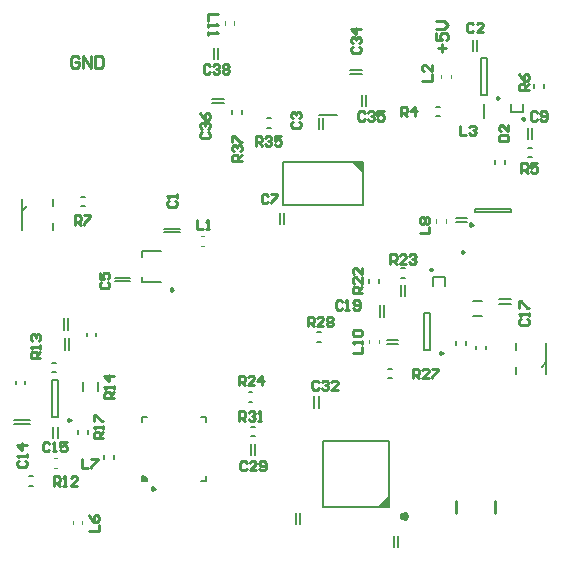
<source format=gto>
G04 Layer_Color=65535*
%FSLAX44Y44*%
%MOMM*%
G71*
G01*
G75*
%ADD45C,0.2000*%
%ADD71C,0.2500*%
%ADD72C,0.3810*%
%ADD73C,0.1270*%
%ADD74C,0.1016*%
%ADD75C,0.2540*%
%ADD76C,0.1524*%
%ADD77C,0.3500*%
G36*
X331940Y-431940D02*
X321940D01*
X331940Y-421940D01*
Y-431940D01*
D02*
G37*
G36*
X127250Y-408510D02*
Y-410000D01*
X123000D01*
Y-405750D01*
X124490D01*
X127250Y-408510D01*
D02*
G37*
G36*
X309500Y-149500D02*
X299500Y-139500D01*
X309500D01*
Y-149500D01*
D02*
G37*
D45*
X127250Y-410000D02*
X126681Y-407875D01*
X125125Y-406319D01*
X123000Y-405750D01*
X123000Y-220000D02*
Y-215500D01*
Y-241500D02*
Y-237000D01*
Y-241500D02*
X139250D01*
X123000Y-215500D02*
X139250D01*
X368920Y-237460D02*
X379080D01*
X404500Y-179500D02*
X435500D01*
X404500Y-182500D02*
X435500D01*
Y-179500D01*
X404500Y-182500D02*
Y-179500D01*
X412000Y-103000D02*
Y-91000D01*
X439000Y-319250D02*
Y-313250D01*
Y-299250D02*
Y-293250D01*
X465000Y-319250D02*
Y-293250D01*
X461000Y-313250D02*
X465000Y-309250D01*
X47000Y-177250D02*
Y-171250D01*
Y-197250D02*
Y-191250D01*
X21000Y-197250D02*
Y-171250D01*
Y-181250D02*
X25000Y-177250D01*
X361500Y-299000D02*
X366500D01*
X361500Y-268000D02*
X366500D01*
Y-299000D02*
Y-268000D01*
X361500Y-299000D02*
Y-268000D01*
X46500Y-355500D02*
X51500D01*
X46500Y-324500D02*
X51500D01*
Y-355500D02*
Y-324500D01*
X46500Y-355500D02*
Y-324500D01*
X309500Y-176500D02*
Y-139500D01*
X242500Y-176500D02*
X309500D01*
X242500D02*
Y-139500D01*
X309500D01*
X409500Y-83000D02*
X414500D01*
X409500Y-52000D02*
X414500D01*
Y-83000D02*
Y-52000D01*
X409500Y-83000D02*
Y-52000D01*
X434920Y-97540D02*
X445080D01*
X123000Y-410000D02*
X127250D01*
X123000D02*
Y-405750D01*
Y-360250D02*
Y-356000D01*
X127250D01*
X172750D02*
X177000D01*
Y-360250D02*
Y-356000D01*
X172750Y-410000D02*
X177000D01*
Y-405750D01*
X273000Y-100500D02*
X287750D01*
D71*
X149250Y-248000D02*
X147375Y-246917D01*
Y-249083D01*
X149250Y-248000D01*
X402750Y-193000D02*
X400875Y-191917D01*
Y-194083D01*
X402750Y-193000D01*
X395790Y-216250D02*
X393915Y-215168D01*
Y-217333D01*
X395790Y-216250D01*
X377250Y-301750D02*
X375375Y-300667D01*
Y-302833D01*
X377250Y-301750D01*
X62250Y-358250D02*
X60375Y-357168D01*
Y-359333D01*
X62250Y-358250D01*
X425250Y-85750D02*
X423375Y-84667D01*
Y-86833D01*
X425250Y-85750D01*
X133370Y-416500D02*
X131495Y-415417D01*
Y-417583D01*
X133370Y-416500D01*
D72*
X346545Y-439560D02*
X345229Y-437748D01*
X343099Y-438440D01*
Y-440680D01*
X345229Y-441372D01*
X346545Y-439560D01*
D73*
X187278Y-52762D02*
Y-43238D01*
X183722Y-52762D02*
Y-43238D01*
X141488Y-196504D02*
X154512D01*
X141488Y-199496D02*
X154512D01*
X379080Y-244500D02*
Y-237460D01*
X368920Y-244500D02*
Y-237460D01*
X330976Y-314936D02*
X334024D01*
X330976Y-323064D02*
X334024D01*
X388936Y-294524D02*
Y-291476D01*
X397064Y-294524D02*
Y-291476D01*
X212976Y-343064D02*
X216024D01*
X212976Y-334936D02*
X216024D01*
X341976Y-229936D02*
X345024D01*
X341976Y-238064D02*
X345024D01*
X323064Y-242024D02*
Y-238976D01*
X314936Y-242024D02*
Y-238976D01*
X414064Y-298524D02*
Y-295476D01*
X405936Y-298524D02*
Y-295476D01*
X403190Y-257650D02*
X410810D01*
X403190Y-270350D02*
X410810D01*
X77064Y-370024D02*
Y-366976D01*
X68936Y-370024D02*
Y-366976D01*
X421936Y-141524D02*
Y-138476D01*
X430064Y-141524D02*
Y-138476D01*
X46976Y-309936D02*
X50024D01*
X46976Y-318064D02*
X50024D01*
X85350Y-333810D02*
Y-326190D01*
X72650Y-333810D02*
Y-326190D01*
X15936Y-328024D02*
Y-324976D01*
X24064Y-328024D02*
Y-324976D01*
X27476Y-414064D02*
X30524D01*
X27476Y-405936D02*
X30524D01*
X84064Y-287524D02*
Y-284476D01*
X75936Y-287524D02*
Y-284476D01*
X71226Y-177564D02*
X74274D01*
X71226Y-169436D02*
X74274D01*
X463064Y-77024D02*
Y-73976D01*
X454936Y-77024D02*
Y-73976D01*
X449976Y-127936D02*
X453024D01*
X449976Y-136064D02*
X453024D01*
X371976Y-101064D02*
X375024D01*
X371976Y-92936D02*
X375024D01*
X434920Y-97540D02*
Y-90500D01*
X445080Y-97540D02*
Y-90500D01*
X330238Y-293778D02*
X339762D01*
X330238Y-290222D02*
X339762D01*
X345278Y-253762D02*
Y-244238D01*
X341722Y-253762D02*
Y-244238D01*
X425238Y-256222D02*
X434762D01*
X425238Y-259778D02*
X434762D01*
X51278Y-373762D02*
Y-364238D01*
X47722Y-373762D02*
Y-364238D01*
X14488Y-358504D02*
X27512D01*
X14488Y-361496D02*
X27512D01*
X61278Y-298762D02*
Y-289238D01*
X57722Y-298762D02*
Y-289238D01*
X60278Y-281762D02*
Y-272238D01*
X56722Y-281762D02*
Y-272238D01*
X270976Y-283936D02*
X274024D01*
X270976Y-292064D02*
X274024D01*
X214722Y-387762D02*
Y-378238D01*
X218278Y-387762D02*
Y-378238D01*
X214976Y-372064D02*
X218024D01*
X214976Y-363936D02*
X218024D01*
X256278Y-446762D02*
Y-437238D01*
X252722Y-446762D02*
Y-437238D01*
X339778Y-465762D02*
Y-456238D01*
X336222Y-465762D02*
Y-456238D01*
X268722Y-347762D02*
Y-338238D01*
X272278Y-347762D02*
Y-338238D01*
X99064Y-391024D02*
Y-387976D01*
X90936Y-391024D02*
Y-387976D01*
X242778Y-192762D02*
Y-183238D01*
X239222Y-192762D02*
Y-183238D01*
X299238Y-62222D02*
X308762D01*
X299238Y-65778D02*
X308762D01*
X198936Y-99024D02*
Y-95976D01*
X207064Y-99024D02*
Y-95976D01*
X228976Y-111064D02*
X232024D01*
X228976Y-102936D02*
X232024D01*
X182238Y-86222D02*
X191762D01*
X182238Y-89778D02*
X191762D01*
X309222Y-92762D02*
Y-83238D01*
X312778Y-92762D02*
Y-83238D01*
X272722Y-111762D02*
Y-102238D01*
X276278Y-111762D02*
Y-102238D01*
X402722Y-45762D02*
Y-36238D01*
X406278Y-45762D02*
Y-36238D01*
X449722Y-120762D02*
Y-111238D01*
X453278Y-120762D02*
Y-111238D01*
X388238Y-190778D02*
X397762D01*
X388238Y-187222D02*
X397762D01*
X324222Y-270762D02*
Y-261238D01*
X327778Y-270762D02*
Y-261238D01*
X99488Y-240996D02*
X112512D01*
X99488Y-238004D02*
X112512D01*
D74*
X172476Y-211064D02*
X175524D01*
X172476Y-202936D02*
X175524D01*
X314936Y-293524D02*
Y-290476D01*
X323064Y-293524D02*
Y-290476D01*
X380064Y-191524D02*
Y-188476D01*
X371936Y-191524D02*
Y-188476D01*
X47976Y-399064D02*
X51024D01*
X47976Y-390936D02*
X51024D01*
X63936Y-446524D02*
Y-443476D01*
X72064Y-446524D02*
Y-443476D01*
X375936Y-69024D02*
Y-65976D01*
X384064Y-69024D02*
Y-65976D01*
X201064Y-23524D02*
Y-20476D01*
X192936Y-23524D02*
Y-20476D01*
D75*
X421500Y-437000D02*
Y-427000D01*
X389000Y-437000D02*
Y-427000D01*
X180332Y-58335D02*
X178999Y-57003D01*
X176333D01*
X175000Y-58335D01*
Y-63667D01*
X176333Y-65000D01*
X178999D01*
X180332Y-63667D01*
X182997Y-58335D02*
X184330Y-57003D01*
X186996D01*
X188329Y-58335D01*
Y-59668D01*
X186996Y-61001D01*
X185663D01*
X186996D01*
X188329Y-62334D01*
Y-63667D01*
X186996Y-65000D01*
X184330D01*
X182997Y-63667D01*
X190995Y-58335D02*
X192328Y-57003D01*
X194994D01*
X196327Y-58335D01*
Y-59668D01*
X194994Y-61001D01*
X196327Y-62334D01*
Y-63667D01*
X194994Y-65000D01*
X192328D01*
X190995Y-63667D01*
Y-62334D01*
X192328Y-61001D01*
X190995Y-59668D01*
Y-58335D01*
X192328Y-61001D02*
X194994D01*
X145336Y-172668D02*
X144003Y-174001D01*
Y-176667D01*
X145336Y-178000D01*
X150667D01*
X152000Y-176667D01*
Y-174001D01*
X150667Y-172668D01*
X152000Y-170003D02*
Y-167337D01*
Y-168670D01*
X144003D01*
X145336Y-170003D01*
X403332Y-23335D02*
X401999Y-22003D01*
X399333D01*
X398000Y-23335D01*
Y-28667D01*
X399333Y-30000D01*
X401999D01*
X403332Y-28667D01*
X411329Y-30000D02*
X405997D01*
X411329Y-24668D01*
Y-23335D01*
X409996Y-22003D01*
X407330D01*
X405997Y-23335D01*
X250336Y-105668D02*
X249003Y-107001D01*
Y-109667D01*
X250336Y-111000D01*
X255667D01*
X257000Y-109667D01*
Y-107001D01*
X255667Y-105668D01*
X250336Y-103003D02*
X249003Y-101670D01*
Y-99004D01*
X250336Y-97671D01*
X251668D01*
X253001Y-99004D01*
Y-100337D01*
Y-99004D01*
X254334Y-97671D01*
X255667D01*
X257000Y-99004D01*
Y-101670D01*
X255667Y-103003D01*
X88336Y-241668D02*
X87003Y-243001D01*
Y-245667D01*
X88336Y-247000D01*
X93667D01*
X95000Y-245667D01*
Y-243001D01*
X93667Y-241668D01*
X87003Y-233671D02*
Y-239003D01*
X91001D01*
X89668Y-236337D01*
Y-235004D01*
X91001Y-233671D01*
X93667D01*
X95000Y-235004D01*
Y-237670D01*
X93667Y-239003D01*
X229332Y-168335D02*
X227999Y-167003D01*
X225333D01*
X224000Y-168335D01*
Y-173667D01*
X225333Y-175000D01*
X227999D01*
X229332Y-173667D01*
X231997Y-167003D02*
X237329D01*
Y-168335D01*
X231997Y-173667D01*
Y-175000D01*
X457332Y-98336D02*
X455999Y-97003D01*
X453333D01*
X452000Y-98336D01*
Y-103667D01*
X453333Y-105000D01*
X455999D01*
X457332Y-103667D01*
X459997D02*
X461330Y-105000D01*
X463996D01*
X465329Y-103667D01*
Y-98336D01*
X463996Y-97003D01*
X461330D01*
X459997Y-98336D01*
Y-99668D01*
X461330Y-101001D01*
X465329D01*
X18335Y-392668D02*
X17003Y-394001D01*
Y-396667D01*
X18335Y-398000D01*
X23667D01*
X25000Y-396667D01*
Y-394001D01*
X23667Y-392668D01*
X25000Y-390003D02*
Y-387337D01*
Y-388670D01*
X17003D01*
X18335Y-390003D01*
X25000Y-379339D02*
X17003D01*
X21001Y-383338D01*
Y-378006D01*
X44332Y-378335D02*
X42999Y-377003D01*
X40333D01*
X39000Y-378335D01*
Y-383667D01*
X40333Y-385000D01*
X42999D01*
X44332Y-383667D01*
X46997Y-385000D02*
X49663D01*
X48330D01*
Y-377003D01*
X46997Y-378335D01*
X58994Y-377003D02*
X53662D01*
Y-381001D01*
X56328Y-379668D01*
X57661D01*
X58994Y-381001D01*
Y-383667D01*
X57661Y-385000D01*
X54995D01*
X53662Y-383667D01*
X443335Y-272668D02*
X442003Y-274001D01*
Y-276667D01*
X443335Y-278000D01*
X448667D01*
X450000Y-276667D01*
Y-274001D01*
X448667Y-272668D01*
X450000Y-270003D02*
Y-267337D01*
Y-268670D01*
X442003D01*
X443335Y-270003D01*
X442003Y-263338D02*
Y-258006D01*
X443335D01*
X448667Y-263338D01*
X450000D01*
X292332Y-258335D02*
X290999Y-257003D01*
X288333D01*
X287000Y-258335D01*
Y-263667D01*
X288333Y-265000D01*
X290999D01*
X292332Y-263667D01*
X294997Y-265000D02*
X297663D01*
X296330D01*
Y-257003D01*
X294997Y-258335D01*
X301662Y-263667D02*
X302995Y-265000D01*
X305661D01*
X306994Y-263667D01*
Y-258335D01*
X305661Y-257003D01*
X302995D01*
X301662Y-258335D01*
Y-259668D01*
X302995Y-261001D01*
X306994D01*
X425003Y-122000D02*
X433000D01*
Y-118001D01*
X431667Y-116668D01*
X426335D01*
X425003Y-118001D01*
Y-122000D01*
X433000Y-108671D02*
Y-114003D01*
X427668Y-108671D01*
X426335D01*
X425003Y-110004D01*
Y-112670D01*
X426335Y-114003D01*
X169000Y-189003D02*
Y-197000D01*
X174332D01*
X176997D02*
X179663D01*
X178330D01*
Y-189003D01*
X176997Y-190336D01*
X360003Y-71000D02*
X368000D01*
Y-65668D01*
Y-57671D02*
Y-63003D01*
X362668Y-57671D01*
X361335D01*
X360003Y-59004D01*
Y-61670D01*
X361335Y-63003D01*
X392000Y-109003D02*
Y-117000D01*
X397332D01*
X399997Y-110336D02*
X401330Y-109003D01*
X403996D01*
X405329Y-110336D01*
Y-111668D01*
X403996Y-113001D01*
X402663D01*
X403996D01*
X405329Y-114334D01*
Y-115667D01*
X403996Y-117000D01*
X401330D01*
X399997Y-115667D01*
X78003Y-452500D02*
X86000D01*
Y-447168D01*
X78003Y-439171D02*
X79335Y-441837D01*
X82001Y-444503D01*
X84667D01*
X86000Y-443170D01*
Y-440504D01*
X84667Y-439171D01*
X83334D01*
X82001Y-440504D01*
Y-444503D01*
X72000Y-391003D02*
Y-399000D01*
X77332D01*
X79997Y-391003D02*
X85329D01*
Y-392336D01*
X79997Y-397667D01*
Y-399000D01*
X358003Y-200000D02*
X366000D01*
Y-194668D01*
X359336Y-192003D02*
X358003Y-190670D01*
Y-188004D01*
X359336Y-186671D01*
X360668D01*
X362001Y-188004D01*
X363334Y-186671D01*
X364667D01*
X366000Y-188004D01*
Y-190670D01*
X364667Y-192003D01*
X363334D01*
X362001Y-190670D01*
X360668Y-192003D01*
X359336D01*
X362001Y-190670D02*
Y-188004D01*
X301003Y-302000D02*
X309000D01*
Y-296668D01*
Y-294003D02*
Y-291337D01*
Y-292670D01*
X301003D01*
X302335Y-294003D01*
Y-287338D02*
X301003Y-286005D01*
Y-283339D01*
X302335Y-282006D01*
X307667D01*
X309000Y-283339D01*
Y-286005D01*
X307667Y-287338D01*
X302335D01*
X342000Y-101000D02*
Y-93003D01*
X345999D01*
X347332Y-94335D01*
Y-97001D01*
X345999Y-98334D01*
X342000D01*
X344666D02*
X347332Y-101000D01*
X353996D02*
Y-93003D01*
X349997Y-97001D01*
X355329D01*
X444000Y-149000D02*
Y-141003D01*
X447999D01*
X449332Y-142336D01*
Y-145001D01*
X447999Y-146334D01*
X444000D01*
X446666D02*
X449332Y-149000D01*
X457329Y-141003D02*
X451997D01*
Y-145001D01*
X454663Y-143668D01*
X455996D01*
X457329Y-145001D01*
Y-147667D01*
X455996Y-149000D01*
X453330D01*
X451997Y-147667D01*
X450000Y-79000D02*
X442003D01*
Y-75001D01*
X443335Y-73668D01*
X446001D01*
X447334Y-75001D01*
Y-79000D01*
Y-76334D02*
X450000Y-73668D01*
X442003Y-65671D02*
X443335Y-68337D01*
X446001Y-71003D01*
X448667D01*
X450000Y-69670D01*
Y-67004D01*
X448667Y-65671D01*
X447334D01*
X446001Y-67004D01*
Y-71003D01*
X65750Y-193000D02*
Y-185003D01*
X69749D01*
X71082Y-186336D01*
Y-189001D01*
X69749Y-190334D01*
X65750D01*
X68416D02*
X71082Y-193000D01*
X73747Y-185003D02*
X79079D01*
Y-186336D01*
X73747Y-191667D01*
Y-193000D01*
X48000Y-414000D02*
Y-406003D01*
X51999D01*
X53332Y-407336D01*
Y-410001D01*
X51999Y-411334D01*
X48000D01*
X50666D02*
X53332Y-414000D01*
X55997D02*
X58663D01*
X57330D01*
Y-406003D01*
X55997Y-407336D01*
X67994Y-414000D02*
X62662D01*
X67994Y-408668D01*
Y-407336D01*
X66661Y-406003D01*
X63995D01*
X62662Y-407336D01*
X36625Y-305919D02*
X28628D01*
Y-301921D01*
X29960Y-300588D01*
X32626D01*
X33959Y-301921D01*
Y-305919D01*
Y-303253D02*
X36625Y-300588D01*
Y-297922D02*
Y-295256D01*
Y-296589D01*
X28628D01*
X29960Y-297922D01*
Y-291257D02*
X28628Y-289924D01*
Y-287258D01*
X29960Y-285926D01*
X31293D01*
X32626Y-287258D01*
Y-288591D01*
Y-287258D01*
X33959Y-285926D01*
X35292D01*
X36625Y-287258D01*
Y-289924D01*
X35292Y-291257D01*
X99000Y-340000D02*
X91003D01*
Y-336001D01*
X92336Y-334668D01*
X95001D01*
X96334Y-336001D01*
Y-340000D01*
Y-337334D02*
X99000Y-334668D01*
Y-332003D02*
Y-329337D01*
Y-330670D01*
X91003D01*
X92336Y-332003D01*
X99000Y-321339D02*
X91003D01*
X95001Y-325338D01*
Y-320006D01*
X90000Y-374000D02*
X82003D01*
Y-370001D01*
X83336Y-368668D01*
X86001D01*
X87334Y-370001D01*
Y-374000D01*
Y-371334D02*
X90000Y-368668D01*
Y-366003D02*
Y-363337D01*
Y-364670D01*
X82003D01*
X83336Y-366003D01*
X82003Y-359338D02*
Y-354006D01*
X83336D01*
X88667Y-359338D01*
X90000D01*
X309000Y-251000D02*
X301003D01*
Y-247001D01*
X302335Y-245668D01*
X305001D01*
X306334Y-247001D01*
Y-251000D01*
Y-248334D02*
X309000Y-245668D01*
Y-237671D02*
Y-243003D01*
X303668Y-237671D01*
X302335D01*
X301003Y-239004D01*
Y-241670D01*
X302335Y-243003D01*
X309000Y-229674D02*
Y-235005D01*
X303668Y-229674D01*
X302335D01*
X301003Y-231006D01*
Y-233672D01*
X302335Y-235005D01*
X333000Y-226000D02*
Y-218003D01*
X336999D01*
X338332Y-219335D01*
Y-222001D01*
X336999Y-223334D01*
X333000D01*
X335666D02*
X338332Y-226000D01*
X346329D02*
X340997D01*
X346329Y-220668D01*
Y-219335D01*
X344996Y-218003D01*
X342330D01*
X340997Y-219335D01*
X348995D02*
X350328Y-218003D01*
X352994D01*
X354326Y-219335D01*
Y-220668D01*
X352994Y-222001D01*
X351661D01*
X352994D01*
X354326Y-223334D01*
Y-224667D01*
X352994Y-226000D01*
X350328D01*
X348995Y-224667D01*
X204500Y-329000D02*
Y-321003D01*
X208499D01*
X209832Y-322336D01*
Y-325001D01*
X208499Y-326334D01*
X204500D01*
X207166D02*
X209832Y-329000D01*
X217829D02*
X212497D01*
X217829Y-323668D01*
Y-322336D01*
X216496Y-321003D01*
X213830D01*
X212497Y-322336D01*
X224494Y-329000D02*
Y-321003D01*
X220495Y-325001D01*
X225826D01*
X352000Y-323000D02*
Y-315003D01*
X355999D01*
X357332Y-316336D01*
Y-319001D01*
X355999Y-320334D01*
X352000D01*
X354666D02*
X357332Y-323000D01*
X365329D02*
X359997D01*
X365329Y-317668D01*
Y-316336D01*
X363996Y-315003D01*
X361330D01*
X359997Y-316336D01*
X367995Y-315003D02*
X373326D01*
Y-316336D01*
X367995Y-321667D01*
Y-323000D01*
X263000Y-279000D02*
Y-271003D01*
X266999D01*
X268332Y-272335D01*
Y-275001D01*
X266999Y-276334D01*
X263000D01*
X265666D02*
X268332Y-279000D01*
X276329D02*
X270997D01*
X276329Y-273668D01*
Y-272335D01*
X274996Y-271003D01*
X272330D01*
X270997Y-272335D01*
X278995D02*
X280328Y-271003D01*
X282994D01*
X284326Y-272335D01*
Y-273668D01*
X282994Y-275001D01*
X284326Y-276334D01*
Y-277667D01*
X282994Y-279000D01*
X280328D01*
X278995Y-277667D01*
Y-276334D01*
X280328Y-275001D01*
X278995Y-273668D01*
Y-272335D01*
X280328Y-275001D02*
X282994D01*
X211332Y-394336D02*
X209999Y-393003D01*
X207333D01*
X206000Y-394336D01*
Y-399667D01*
X207333Y-401000D01*
X209999D01*
X211332Y-399667D01*
X219329Y-401000D02*
X213997D01*
X219329Y-395668D01*
Y-394336D01*
X217996Y-393003D01*
X215330D01*
X213997Y-394336D01*
X221995Y-399667D02*
X223328Y-401000D01*
X225994D01*
X227326Y-399667D01*
Y-394336D01*
X225994Y-393003D01*
X223328D01*
X221995Y-394336D01*
Y-395668D01*
X223328Y-397001D01*
X227326D01*
X205000Y-359000D02*
Y-351003D01*
X208999D01*
X210332Y-352336D01*
Y-355001D01*
X208999Y-356334D01*
X205000D01*
X207666D02*
X210332Y-359000D01*
X212997Y-352336D02*
X214330Y-351003D01*
X216996D01*
X218329Y-352336D01*
Y-353668D01*
X216996Y-355001D01*
X215663D01*
X216996D01*
X218329Y-356334D01*
Y-357667D01*
X216996Y-359000D01*
X214330D01*
X212997Y-357667D01*
X220995Y-359000D02*
X223661D01*
X222328D01*
Y-351003D01*
X220995Y-352336D01*
X272332Y-326335D02*
X270999Y-325003D01*
X268333D01*
X267000Y-326335D01*
Y-331667D01*
X268333Y-333000D01*
X270999D01*
X272332Y-331667D01*
X274997Y-326335D02*
X276330Y-325003D01*
X278996D01*
X280329Y-326335D01*
Y-327668D01*
X278996Y-329001D01*
X277663D01*
X278996D01*
X280329Y-330334D01*
Y-331667D01*
X278996Y-333000D01*
X276330D01*
X274997Y-331667D01*
X288326Y-333000D02*
X282995D01*
X288326Y-327668D01*
Y-326335D01*
X286994Y-325003D01*
X284328D01*
X282995Y-326335D01*
X301335Y-42169D02*
X300002Y-43502D01*
Y-46167D01*
X301335Y-47500D01*
X306667D01*
X308000Y-46167D01*
Y-43502D01*
X306667Y-42169D01*
X301335Y-39503D02*
X300002Y-38170D01*
Y-35504D01*
X301335Y-34171D01*
X302668D01*
X304001Y-35504D01*
Y-36837D01*
Y-35504D01*
X305334Y-34171D01*
X306667D01*
X308000Y-35504D01*
Y-38170D01*
X306667Y-39503D01*
X308000Y-27507D02*
X300002D01*
X304001Y-31505D01*
Y-26174D01*
X207000Y-139000D02*
X199003D01*
Y-135001D01*
X200336Y-133668D01*
X203001D01*
X204334Y-135001D01*
Y-139000D01*
Y-136334D02*
X207000Y-133668D01*
X200336Y-131003D02*
X199003Y-129670D01*
Y-127004D01*
X200336Y-125671D01*
X201668D01*
X203001Y-127004D01*
Y-128337D01*
Y-127004D01*
X204334Y-125671D01*
X205667D01*
X207000Y-127004D01*
Y-129670D01*
X205667Y-131003D01*
X199003Y-123005D02*
Y-117674D01*
X200336D01*
X205667Y-123005D01*
X207000D01*
X219000Y-126000D02*
Y-118003D01*
X222999D01*
X224332Y-119335D01*
Y-122001D01*
X222999Y-123334D01*
X219000D01*
X221666D02*
X224332Y-126000D01*
X226997Y-119335D02*
X228330Y-118003D01*
X230996D01*
X232329Y-119335D01*
Y-120668D01*
X230996Y-122001D01*
X229663D01*
X230996D01*
X232329Y-123334D01*
Y-124667D01*
X230996Y-126000D01*
X228330D01*
X226997Y-124667D01*
X240326Y-118003D02*
X234995D01*
Y-122001D01*
X237661Y-120668D01*
X238994D01*
X240326Y-122001D01*
Y-124667D01*
X238994Y-126000D01*
X236328D01*
X234995Y-124667D01*
X311332Y-98336D02*
X309999Y-97003D01*
X307333D01*
X306000Y-98336D01*
Y-103667D01*
X307333Y-105000D01*
X309999D01*
X311332Y-103667D01*
X313997Y-98336D02*
X315330Y-97003D01*
X317996D01*
X319329Y-98336D01*
Y-99668D01*
X317996Y-101001D01*
X316663D01*
X317996D01*
X319329Y-102334D01*
Y-103667D01*
X317996Y-105000D01*
X315330D01*
X313997Y-103667D01*
X327326Y-97003D02*
X321995D01*
Y-101001D01*
X324661Y-99668D01*
X325994D01*
X327326Y-101001D01*
Y-103667D01*
X325994Y-105000D01*
X323328D01*
X321995Y-103667D01*
X173335Y-114668D02*
X172003Y-116001D01*
Y-118667D01*
X173335Y-120000D01*
X178667D01*
X180000Y-118667D01*
Y-116001D01*
X178667Y-114668D01*
X173335Y-112003D02*
X172003Y-110670D01*
Y-108004D01*
X173335Y-106671D01*
X174668D01*
X176001Y-108004D01*
Y-109337D01*
Y-108004D01*
X177334Y-106671D01*
X178667D01*
X180000Y-108004D01*
Y-110670D01*
X178667Y-112003D01*
X172003Y-98673D02*
X173335Y-101339D01*
X176001Y-104005D01*
X178667D01*
X180000Y-102672D01*
Y-100006D01*
X178667Y-98673D01*
X177334D01*
X176001Y-100006D01*
Y-104005D01*
X186997Y-15000D02*
X179000D01*
Y-20332D01*
Y-22997D02*
Y-25663D01*
Y-24330D01*
X186997D01*
X185665Y-22997D01*
X179000Y-29662D02*
Y-32328D01*
Y-30995D01*
X186997D01*
X185665Y-29662D01*
X69665Y-51669D02*
X67998Y-50003D01*
X64666D01*
X63000Y-51669D01*
Y-58334D01*
X64666Y-60000D01*
X67998D01*
X69665Y-58334D01*
Y-55002D01*
X66332D01*
X72997Y-60000D02*
Y-50003D01*
X79661Y-60000D01*
Y-50003D01*
X82994D02*
Y-60000D01*
X87992D01*
X89658Y-58334D01*
Y-51669D01*
X87992Y-50003D01*
X82994D01*
X377002Y-47000D02*
Y-40335D01*
X373669Y-43668D02*
X380334D01*
X372003Y-30339D02*
Y-37003D01*
X377002D01*
X375336Y-33671D01*
Y-32005D01*
X377002Y-30339D01*
X380334D01*
X382000Y-32005D01*
Y-35337D01*
X380334Y-37003D01*
X372003Y-27006D02*
X378668D01*
X382000Y-23674D01*
X378668Y-20342D01*
X372003D01*
D76*
X331940Y-431940D02*
Y-376060D01*
X276060Y-431940D02*
Y-376060D01*
Y-431940D02*
X331940D01*
X276060Y-376060D02*
X331940D01*
D77*
X368512Y-231381D02*
X368131Y-231000D01*
X367750Y-231381D01*
X368131Y-231762D01*
X368512Y-231381D01*
X445488Y-103619D02*
X445869Y-104000D01*
X446250Y-103619D01*
X445869Y-103238D01*
X445488Y-103619D01*
M02*

</source>
